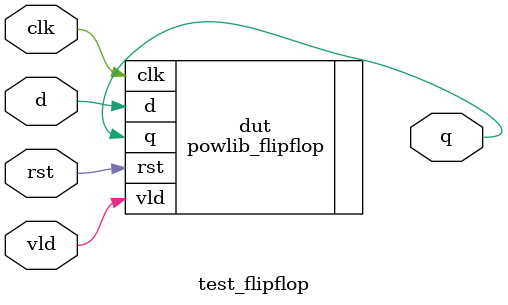
<source format=v>
`timescale 1ns / 1ps

module test_flipflop(d,q,clk,rst,vld);
       
  parameter              W    = 1;    // Width
  parameter      [W-1:0] INIT = 0;    // Initial value
  parameter              EAR  = 0;    // Enable asynchronous reset
  parameter              EVLD = 0;    // Enable valid  
  input     wire [W-1:0] d;           // Input data
  input     wire         vld;         // Valid  
  input     wire         clk;         // Clock
  input     wire         rst;         // Reset
  output    wire [W-1:0] q;           // Output data    

  powlib_flipflop #(.W(W),.INIT(INIT),.EAR(EAR),.EVLD(EVLD)) dut (.d(d),.q(q),.clk(clk),.rst(rst),.vld(vld));               
    
endmodule

</source>
